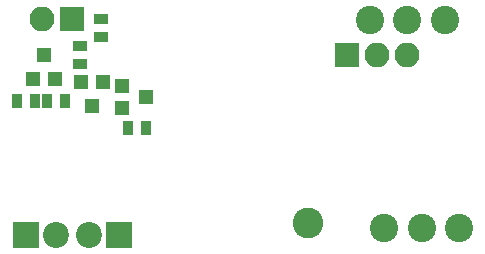
<source format=gbs>
G04 #@! TF.FileFunction,Soldermask,Bot*
%FSLAX46Y46*%
G04 Gerber Fmt 4.6, Leading zero omitted, Abs format (unit mm)*
G04 Created by KiCad (PCBNEW 4.0.6) date 2017 October 10, Tuesday 00:19:03*
%MOMM*%
%LPD*%
G01*
G04 APERTURE LIST*
%ADD10C,0.100000*%
%ADD11R,1.200000X1.300000*%
%ADD12R,1.300000X1.200000*%
%ADD13R,1.300000X0.900000*%
%ADD14R,0.900000X1.300000*%
%ADD15R,2.100000X2.100000*%
%ADD16O,2.100000X2.100000*%
%ADD17C,2.398980*%
%ADD18R,2.200000X2.200000*%
%ADD19C,2.200000*%
%ADD20C,2.600000*%
G04 APERTURE END LIST*
D10*
D11*
X103444000Y-77486000D03*
X105344000Y-77486000D03*
X104394000Y-79486000D03*
D12*
X106950000Y-79690000D03*
X106950000Y-77790000D03*
X108950000Y-78740000D03*
D13*
X103378000Y-75934000D03*
X103378000Y-74434000D03*
D14*
X99530600Y-79044800D03*
X98030600Y-79044800D03*
X108954000Y-81407000D03*
X107454000Y-81407000D03*
D11*
X101280000Y-77200000D03*
X99380000Y-77200000D03*
X100330000Y-75200000D03*
D13*
X105156000Y-72148000D03*
X105156000Y-73648000D03*
D14*
X102070600Y-79044800D03*
X100570600Y-79044800D03*
D15*
X102717600Y-72136000D03*
D16*
X100177600Y-72136000D03*
D15*
X125984000Y-75184000D03*
D16*
X128524000Y-75184000D03*
X131064000Y-75184000D03*
D17*
X129133600Y-89865200D03*
X132308600Y-89865200D03*
X135483600Y-89865200D03*
X127889000Y-72263000D03*
X131064000Y-72263000D03*
X134239000Y-72263000D03*
D18*
X98806000Y-90424000D03*
D19*
X101346000Y-90424000D03*
D18*
X106680000Y-90424000D03*
D19*
X104140000Y-90424000D03*
D20*
X122682000Y-89408000D03*
M02*

</source>
